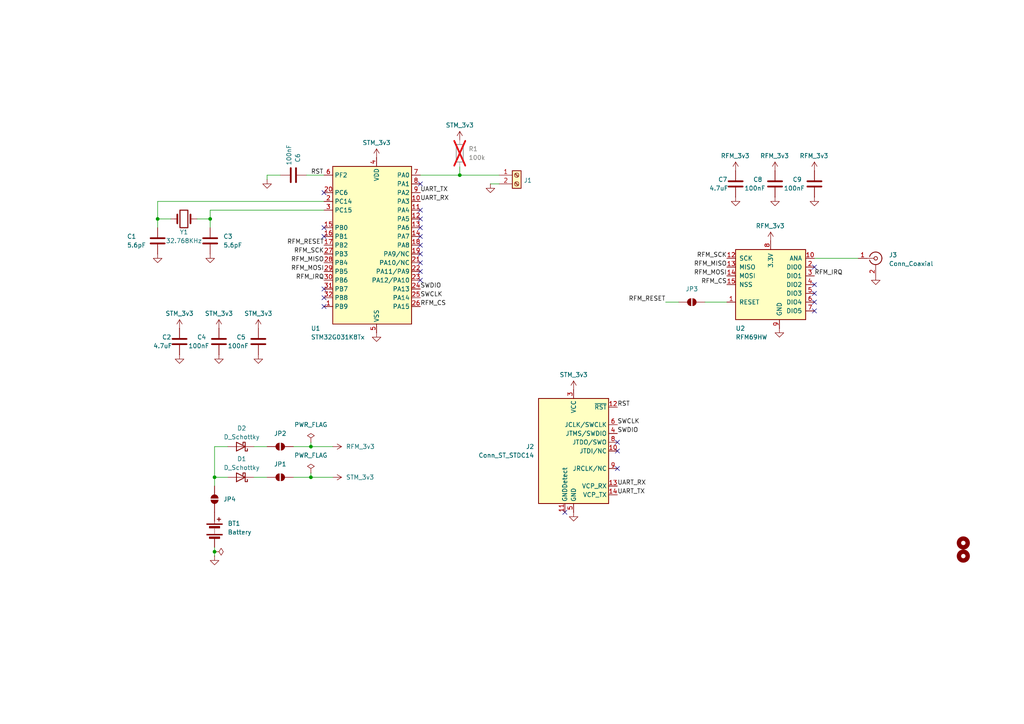
<source format=kicad_sch>
(kicad_sch (version 20231120) (generator "eeschema") (generator_version "8.0")
  (paper "A4")
  (lib_symbols
    (symbol "Connector:Conn_Coaxial" (pin_names (offset 1.016) hide)
      (property "Reference" "J" (at 0.254 3.048 0))
      (property "Value" "Conn_Coaxial" (at 2.921 0 90))
      (symbol "Conn_Coaxial_0_1"
        (arc (start -1.778 -0.508) (mid 0.2311 -1.8066) (end 1.778 0) (stroke (width 0.254)))
        (polyline (pts (xy -2.54 0) (xy -0.508 0)))
        (polyline (pts (xy 0 -2.54) (xy 0 -1.778)))
        (circle (center 0 0) (radius 0.508) (stroke (width 0.2032)))
        (arc (start 1.778 0) (mid 0.2099 1.8101) (end -1.778 0.508) (stroke (width 0.254)))
      )
      (symbol "Conn_Coaxial_1_1"
        (pin passive line (at -5.08 0 0) (length 2.54) (name "In") (number "1"))
        (pin passive line (at 0 -5.08 90) (length 2.54) (name "Ext") (number "2"))
      )
    )
    (symbol "Connector:Conn_ST_STDC14"
      (property "Reference" "J" (at -8.89 16.51 0))
      (property "Value" "Conn_ST_STDC14" (at 17.78 16.51 0))
      (symbol "Conn_ST_STDC14_0_1"
        (rectangle (start -10.16 15.24) (end 10.16 -15.24) (stroke (width 0.254)) (fill (type background)))
      )
      (symbol "Conn_ST_STDC14_1_1"
        (pin no_connect line (at -10.16 5.08 0) (length 2.54) hide (name "NC") (number "1"))
        (pin output line (at 12.7 0 180) (length 2.54) (name "JTDI/NC") (number "10"))
        (pin passive line (at -2.54 -17.78 90) (length 2.54) (name "GNDDetect") (number "11"))
        (pin open_collector line (at 12.7 12.7 180) (length 2.54) (name "~{RST}") (number "12"))
        (pin output line (at 12.7 -10.16 180) (length 2.54) (name "VCP_RX") (number "13"))
        (pin input line (at 12.7 -12.7 180) (length 2.54) (name "VCP_TX") (number "14"))
        (pin no_connect line (at -10.16 2.54 0) (length 2.54) hide (name "NC") (number "2"))
        (pin power_in line (at 0 17.78 270) (length 2.54) (name "VCC") (number "3"))
        (pin bidirectional line (at 12.7 5.08 180) (length 2.54) (name "JTMS/SWDIO") (number "4"))
        (pin power_in line (at 0 -17.78 90) (length 2.54) (name "GND") (number "5"))
        (pin output line (at 12.7 7.62 180) (length 2.54) (name "JCLK/SWCLK") (number "6"))
        (pin passive line (at 0 -17.78 90) (length 2.54) hide (name "GND") (number "7"))
        (pin input line (at 12.7 2.54 180) (length 2.54) (name "JTDO/SWO") (number "8"))
        (pin input line (at 12.7 -5.08 180) (length 2.54) (name "JRCLK/NC") (number "9"))
      )
    )
    (symbol "Connector:Screw_Terminal_01x02" (pin_names (offset 1.016) hide)
      (property "Reference" "J" (at 0 2.54 0))
      (property "Value" "Screw_Terminal_01x02" (at 0 -5.08 0))
      (symbol "Screw_Terminal_01x02_1_1"
        (rectangle (start -1.27 1.27) (end 1.27 -3.81) (stroke (width 0.254)) (fill (type background)))
        (circle (center 0 -2.54) (radius 0.635) (stroke (width 0.1524)))
        (polyline (pts (xy -0.5334 -2.2098) (xy 0.3302 -3.048)) (stroke (width 0.1524)))
        (polyline (pts (xy -0.5334 0.3302) (xy 0.3302 -0.508)) (stroke (width 0.1524)))
        (polyline (pts (xy -0.3556 -2.032) (xy 0.508 -2.8702)) (stroke (width 0.1524)))
        (polyline (pts (xy -0.3556 0.508) (xy 0.508 -0.3302)) (stroke (width 0.1524)))
        (circle (center 0 0) (radius 0.635) (stroke (width 0.1524)))
        (pin passive line (at -5.08 0 0) (length 3.81) (name "Pin_1") (number "1"))
        (pin passive line (at -5.08 -2.54 0) (length 3.81) (name "Pin_2") (number "2"))
      )
    )
    (symbol "Device:Battery" (pin_numbers hide) (pin_names (offset 0) hide)
      (property "Reference" "BT" (at 2.54 2.54 0))
      (property "Value" "Battery" (at 2.54 0 0))
      (symbol "Battery_0_1"
        (rectangle (start -2.286 -1.27) (end 2.286 -1.524) (fill (type outline)))
        (rectangle (start -2.286 1.778) (end 2.286 1.524) (fill (type outline)))
        (rectangle (start -1.524 -2.032) (end 1.524 -2.54) (fill (type outline)))
        (rectangle (start -1.524 1.016) (end 1.524 0.508) (fill (type outline)))
        (polyline (pts (xy 0 -1.016) (xy 0 -0.762)))
        (polyline (pts (xy 0 -0.508) (xy 0 -0.254)))
        (polyline (pts (xy 0 0) (xy 0 0.254)))
        (polyline (pts (xy 0 1.778) (xy 0 2.54)))
        (polyline (pts (xy 0.762 3.048) (xy 1.778 3.048)) (stroke (width 0.254)))
        (polyline (pts (xy 1.27 3.556) (xy 1.27 2.54)) (stroke (width 0.254)))
      )
      (symbol "Battery_1_1"
        (pin passive line (at 0 5.08 270) (length 2.54) (name "+") (number "1"))
        (pin passive line (at 0 -5.08 90) (length 2.54) (name "-") (number "2"))
      )
    )
    (symbol "Device:C" (pin_numbers hide) (pin_names (offset 0.254))
      (property "Reference" "C" (at 0.635 2.54 0))
      (property "Value" "C" (at 0.635 -2.54 0))
      (symbol "C_0_1"
        (polyline (pts (xy -2.032 -0.762) (xy 2.032 -0.762)) (stroke (width 0.508)))
        (polyline (pts (xy -2.032 0.762) (xy 2.032 0.762)) (stroke (width 0.508)))
      )
      (symbol "C_1_1"
        (pin passive line (at 0 3.81 270) (length 2.794) (name "~") (number "1"))
        (pin passive line (at 0 -3.81 90) (length 2.794) (name "~") (number "2"))
      )
    )
    (symbol "Device:Crystal" (pin_numbers hide) (pin_names (offset 1.016) hide)
      (property "Reference" "Y" (at 0 3.81 0))
      (property "Value" "Crystal" (at 0 -3.81 0))
      (symbol "Crystal_0_1"
        (rectangle (start -1.143 2.54) (end 1.143 -2.54) (stroke (width 0.3048)))
        (polyline (pts (xy -2.54 0) (xy -1.905 0)))
        (polyline (pts (xy -1.905 -1.27) (xy -1.905 1.27)) (stroke (width 0.508)))
        (polyline (pts (xy 1.905 -1.27) (xy 1.905 1.27)) (stroke (width 0.508)))
        (polyline (pts (xy 2.54 0) (xy 1.905 0)))
      )
      (symbol "Crystal_1_1"
        (pin passive line (at -3.81 0 0) (length 1.27) (name "1") (number "1"))
        (pin passive line (at 3.81 0 180) (length 1.27) (name "2") (number "2"))
      )
    )
    (symbol "Device:D_Schottky" (pin_numbers hide) (pin_names (offset 1.016) hide)
      (property "Reference" "D" (at 0 2.54 0))
      (property "Value" "D_Schottky" (at 0 -2.54 0))
      (symbol "D_Schottky_0_1"
        (polyline (pts (xy 1.27 0) (xy -1.27 0)))
        (polyline (pts (xy 1.27 1.27) (xy 1.27 -1.27) (xy -1.27 0) (xy 1.27 1.27)) (stroke (width 0.254)))
        (polyline (pts (xy -1.905 0.635) (xy -1.905 1.27) (xy -1.27 1.27) (xy -1.27 -1.27) (xy -0.635 -1.27) (xy -0.635 -0.635)) (stroke (width 0.254)))
      )
      (symbol "D_Schottky_1_1"
        (pin passive line (at -3.81 0 0) (length 2.54) (name "K") (number "1"))
        (pin passive line (at 3.81 0 180) (length 2.54) (name "A") (number "2"))
      )
    )
    (symbol "Device:R" (pin_numbers hide) (pin_names (offset 0))
      (property "Reference" "R" (at 2.032 0 90))
      (property "Value" "R" (at 0 0 90))
      (symbol "R_0_1"
        (rectangle (start -1.016 -2.54) (end 1.016 2.54) (stroke (width 0.254)))
      )
      (symbol "R_1_1"
        (pin passive line (at 0 3.81 270) (length 1.27) (name "~") (number "1"))
        (pin passive line (at 0 -3.81 90) (length 1.27) (name "~") (number "2"))
      )
    )
    (symbol "Jumper:SolderJumper_2_Open" (pin_numbers hide) (pin_names (offset 0) hide) (exclude_from_sim yes) (in_bom no)
      (property "Reference" "JP" (at 0 2.032 0))
      (property "Value" "SolderJumper_2_Open" (at 0 -2.54 0))
      (symbol "SolderJumper_2_Open_0_1"
        (arc (start -0.254 1.016) (mid -1.2656 0) (end -0.254 -1.016))
        (arc (start -0.254 1.016) (mid -1.2656 0) (end -0.254 -1.016) (fill (type outline)))
        (polyline (pts (xy -0.254 1.016) (xy -0.254 -1.016)))
        (polyline (pts (xy 0.254 1.016) (xy 0.254 -1.016)))
        (arc (start 0.254 -1.016) (mid 1.2656 0) (end 0.254 1.016))
        (arc (start 0.254 -1.016) (mid 1.2656 0) (end 0.254 1.016) (fill (type outline)))
      )
      (symbol "SolderJumper_2_Open_1_1"
        (pin passive line (at -3.81 0 0) (length 2.54) (name "A") (number "1"))
        (pin passive line (at 3.81 0 180) (length 2.54) (name "B") (number "2"))
      )
    )
    (symbol "MCU_ST_STM32G0:STM32G031K8Tx"
      (property "Reference" "U" (at -10.16 24.13 0))
      (property "Value" "STM32G031K8Tx" (at 5.08 24.13 0))
      (symbol "STM32G031K8Tx_0_1"
        (rectangle (start -10.16 -22.86) (end 12.7 22.86) (stroke (width 0.254)) (fill (type background)))
      )
      (symbol "STM32G031K8Tx_1_1"
        (pin bidirectional line (at -12.7 -17.78 0) (length 2.54) (name "PB9") (number "1"))
        (pin bidirectional line (at 15.24 12.7 180) (length 2.54) (name "PA3") (number "10"))
        (pin bidirectional line (at 15.24 10.16 180) (length 2.54) (name "PA4") (number "11"))
        (pin bidirectional line (at 15.24 7.62 180) (length 2.54) (name "PA5") (number "12"))
        (pin bidirectional line (at 15.24 5.08 180) (length 2.54) (name "PA6") (number "13"))
        (pin bidirectional line (at 15.24 2.54 180) (length 2.54) (name "PA7") (number "14"))
        (pin bidirectional line (at -12.7 5.08 0) (length 2.54) (name "PB0") (number "15"))
        (pin bidirectional line (at -12.7 2.54 0) (length 2.54) (name "PB1") (number "16"))
        (pin bidirectional line (at -12.7 0 0) (length 2.54) (name "PB2") (number "17"))
        (pin bidirectional line (at 15.24 0 180) (length 2.54) (name "PA8") (number "18"))
        (pin bidirectional line (at 15.24 -2.54 180) (length 2.54) (name "PA9/NC") (number "19"))
        (pin bidirectional line (at -12.7 12.7 0) (length 2.54) (name "PC14") (number "2"))
        (pin bidirectional line (at -12.7 15.24 0) (length 2.54) (name "PC6") (number "20"))
        (pin bidirectional line (at 15.24 -5.08 180) (length 2.54) (name "PA10/NC") (number "21"))
        (pin bidirectional line (at 15.24 -7.62 180) (length 2.54) (name "PA11/PA9") (number "22"))
        (pin bidirectional line (at 15.24 -10.16 180) (length 2.54) (name "PA12/PA10") (number "23"))
        (pin bidirectional line (at 15.24 -12.7 180) (length 2.54) (name "PA13") (number "24"))
        (pin bidirectional line (at 15.24 -15.24 180) (length 2.54) (name "PA14") (number "25"))
        (pin bidirectional line (at 15.24 -17.78 180) (length 2.54) (name "PA15") (number "26"))
        (pin bidirectional line (at -12.7 -2.54 0) (length 2.54) (name "PB3") (number "27"))
        (pin bidirectional line (at -12.7 -5.08 0) (length 2.54) (name "PB4") (number "28"))
        (pin bidirectional line (at -12.7 -7.62 0) (length 2.54) (name "PB5") (number "29"))
        (pin bidirectional line (at -12.7 10.16 0) (length 2.54) (name "PC15") (number "3"))
        (pin bidirectional line (at -12.7 -10.16 0) (length 2.54) (name "PB6") (number "30"))
        (pin bidirectional line (at -12.7 -12.7 0) (length 2.54) (name "PB7") (number "31"))
        (pin bidirectional line (at -12.7 -15.24 0) (length 2.54) (name "PB8") (number "32"))
        (pin power_in line (at 2.54 25.4 270) (length 2.54) (name "VDD") (number "4"))
        (pin power_in line (at 2.54 -25.4 90) (length 2.54) (name "VSS") (number "5"))
        (pin bidirectional line (at -12.7 20.32 0) (length 2.54) (name "PF2") (number "6"))
        (pin bidirectional line (at 15.24 20.32 180) (length 2.54) (name "PA0") (number "7"))
        (pin bidirectional line (at 15.24 17.78 180) (length 2.54) (name "PA1") (number "8"))
        (pin bidirectional line (at 15.24 15.24 180) (length 2.54) (name "PA2") (number "9"))
      )
    )
    (symbol "Mechanical:MountingHole" (pin_names (offset 1.016)) (exclude_from_sim yes) (in_bom no)
      (property "Reference" "H" (at 0 5.08 0))
      (property "Value" "MountingHole" (at 0 3.175 0))
      (symbol "MountingHole_0_1"
        (circle (center 0 0) (radius 1.27) (stroke (width 1.27)))
      )
    )
    (symbol "RF_Module:RFM69HW" (pin_names (offset 1.016))
      (property "Reference" "U" (at -3.81 11.43 0))
      (property "Value" "RFM69HW" (at -7.62 13.97 0))
      (symbol "RFM69HW_0_1"
        (rectangle (start -10.16 10.16) (end 10.16 -10.16) (stroke (width 0.254)) (fill (type background)))
      )
      (symbol "RFM69HW_1_1"
        (pin input line (at -12.7 -5.08 0) (length 2.54) (name "RESET") (number "1"))
        (pin output line (at 12.7 7.62 180) (length 2.54) (name "ANA") (number "10"))
        (pin passive line (at 2.54 -12.7 90) (length 2.54) hide (name "GND") (number "11"))
        (pin input line (at -12.7 7.62 0) (length 2.54) (name "SCK") (number "12"))
        (pin output line (at -12.7 5.08 0) (length 2.54) (name "MISO") (number "13"))
        (pin input line (at -12.7 2.54 0) (length 2.54) (name "MOSI") (number "14"))
        (pin input line (at -12.7 0 0) (length 2.54) (name "NSS") (number "15"))
        (pin no_connect line (at -2.54 -10.16 90) (length 2.54) hide (name "NC") (number "16"))
        (pin bidirectional line (at 12.7 5.08 180) (length 2.54) (name "DIO0") (number "2"))
        (pin bidirectional line (at 12.7 2.54 180) (length 2.54) (name "DIO1") (number "3"))
        (pin bidirectional line (at 12.7 0 180) (length 2.54) (name "DIO2") (number "4"))
        (pin bidirectional line (at 12.7 -2.54 180) (length 2.54) (name "DIO3") (number "5"))
        (pin bidirectional line (at 12.7 -5.08 180) (length 2.54) (name "DIO4") (number "6"))
        (pin bidirectional line (at 12.7 -7.62 180) (length 2.54) (name "DIO5") (number "7"))
        (pin power_in line (at 0 12.7 270) (length 2.54) (name "3.3V") (number "8"))
        (pin power_in line (at 2.54 -12.7 90) (length 2.54) (name "GND") (number "9"))
      )
    )
    (symbol "power:+3.3V" (power) (pin_numbers hide) (pin_names (offset 0) hide)
      (property "Value" "+3.3V" (at 0 3.556 0))
      (symbol "+3.3V_0_1"
        (polyline (pts (xy -0.762 1.27) (xy 0 2.54)))
        (polyline (pts (xy 0 0) (xy 0 2.54)))
        (polyline (pts (xy 0 2.54) (xy 0.762 1.27)))
      )
      (symbol "+3.3V_1_1"
        (pin power_in line (at 0 0 90) (length 0) (name "~") (number "1"))
      )
    )
    (symbol "power:GND" (power) (pin_numbers hide) (pin_names (offset 0) hide)
      (property "Value" "GND" (at 0 -3.81 0))
      (symbol "GND_0_1"
        (polyline (pts (xy 0 0) (xy 0 -1.27) (xy 1.27 -1.27) (xy 0 -2.54) (xy -1.27 -1.27) (xy 0 -1.27)))
      )
      (symbol "GND_1_1"
        (pin power_in line (at 0 0 270) (length 0) (name "~") (number "1"))
      )
    )
    (symbol "power:PWR_FLAG" (power) (pin_numbers hide) (pin_names (offset 0) hide)
      (property "Value" "PWR_FLAG" (at 0 3.81 0))
      (symbol "PWR_FLAG_0_0"
        (pin power_out line (at 0 0 90) (length 0) (name "~") (number "1"))
      )
      (symbol "PWR_FLAG_0_1"
        (polyline (pts (xy 0 0) (xy 0 1.27) (xy -1.016 1.905) (xy 0 2.54) (xy 1.016 1.905) (xy 0 1.27)))
      )
    )
  )
  (junction (at 133.35 50.8))
  (junction (at 62.23 138.43))
  (junction (at 90.17 129.54))
  (junction (at 62.23 160.02))
  (junction (at 60.96 63.5))
  (junction (at 90.17 138.43))
  (junction (at 45.72 63.5))
  (no_connect (at 236.22 77.47))
  (no_connect (at 236.22 90.17))
  (no_connect (at 236.22 82.55))
  (no_connect (at 236.22 87.63))
  (no_connect (at 121.92 78.74))
  (no_connect (at 121.92 66.04))
  (no_connect (at 93.98 83.82))
  (no_connect (at 179.07 130.81))
  (no_connect (at 236.22 85.09))
  (no_connect (at 121.92 73.66))
  (no_connect (at 93.98 66.04))
  (no_connect (at 121.92 76.2))
  (no_connect (at 121.92 53.34))
  (no_connect (at 93.98 68.58))
  (no_connect (at 121.92 81.28))
  (no_connect (at 93.98 86.36))
  (no_connect (at 179.07 135.89))
  (no_connect (at 93.98 55.88))
  (no_connect (at 93.98 88.9))
  (no_connect (at 121.92 60.96))
  (no_connect (at 179.07 128.27))
  (no_connect (at 163.83 148.59))
  (no_connect (at 121.92 71.12))
  (no_connect (at 121.92 63.5))
  (no_connect (at 121.92 68.58))
  (wire (pts (xy 62.23 138.43) (xy 66.04 138.43)))
  (wire (pts (xy 60.96 63.5) (xy 57.15 63.5)))
  (wire (pts (xy 88.9 50.8) (xy 93.98 50.8)))
  (wire (pts (xy 142.24 53.34) (xy 144.78 53.34)))
  (wire (pts (xy 93.98 60.96) (xy 60.96 60.96)))
  (wire (pts (xy 96.52 129.54) (xy 90.17 129.54)))
  (wire (pts (xy 77.47 50.8) (xy 81.28 50.8)))
  (wire (pts (xy 236.22 74.93) (xy 248.92 74.93)))
  (wire (pts (xy 204.47 87.63) (xy 210.82 87.63)))
  (wire (pts (xy 193.04 87.63) (xy 196.85 87.63)))
  (wire (pts (xy 73.66 129.54) (xy 77.47 129.54)))
  (wire (pts (xy 133.35 48.26) (xy 133.35 50.8)))
  (wire (pts (xy 49.53 63.5) (xy 45.72 63.5)))
  (wire (pts (xy 73.66 138.43) (xy 77.47 138.43)))
  (wire (pts (xy 60.96 60.96) (xy 60.96 63.5)))
  (wire (pts (xy 62.23 158.75) (xy 62.23 160.02)))
  (wire (pts (xy 66.04 129.54) (xy 62.23 129.54)))
  (wire (pts (xy 133.35 50.8) (xy 144.78 50.8)))
  (wire (pts (xy 62.23 138.43) (xy 62.23 140.97)))
  (wire (pts (xy 77.47 52.07) (xy 77.47 50.8)))
  (wire (pts (xy 90.17 137.16) (xy 90.17 138.43)))
  (wire (pts (xy 45.72 58.42) (xy 45.72 63.5)))
  (wire (pts (xy 45.72 63.5) (xy 45.72 66.04)))
  (wire (pts (xy 90.17 128.27) (xy 90.17 129.54)))
  (wire (pts (xy 62.23 129.54) (xy 62.23 138.43)))
  (wire (pts (xy 90.17 138.43) (xy 85.09 138.43)))
  (wire (pts (xy 60.96 66.04) (xy 60.96 63.5)))
  (wire (pts (xy 96.52 138.43) (xy 90.17 138.43)))
  (wire (pts (xy 90.17 129.54) (xy 85.09 129.54)))
  (wire (pts (xy 62.23 160.02) (xy 62.23 161.29)))
  (wire (pts (xy 121.92 50.8) (xy 133.35 50.8)))
  (wire (pts (xy 93.98 58.42) (xy 45.72 58.42)))
  (label "RFM_RESET" (at 93.98 71.12 180))
  (label "RFM_MOSI" (at 93.98 78.74 180))
  (label "UART_RX" (at 121.92 58.42 0))
  (label "RFM_MISO" (at 93.98 76.2 180))
  (label "UART_RX" (at 179.07 140.97 0))
  (label "RFM_CS" (at 210.82 82.55 180))
  (label "RFM_MOSI" (at 210.82 80.01 180))
  (label "SWCLK" (at 179.07 123.19 0))
  (label "SWCLK" (at 121.92 86.36 0))
  (label "RFM_IRQ" (at 236.22 80.01 0))
  (label "UART_TX" (at 179.07 143.51 0))
  (label "RFM_RESET" (at 193.04 87.63 180))
  (label "RST" (at 90.17 50.8 0))
  (label "RFM_CS" (at 121.92 88.9 0))
  (label "RFM_SCK" (at 93.98 73.66 180))
  (label "RFM_SCK" (at 210.82 74.93 180))
  (label "UART_TX" (at 121.92 55.88 0))
  (label "RFM_IRQ" (at 93.98 81.28 180))
  (label "SWDIO" (at 121.92 83.82 0))
  (label "RFM_MISO" (at 210.82 77.47 180))
  (label "SWDIO" (at 179.07 125.73 0))
  (label "RST" (at 179.07 118.11 0))
  (symbol (lib_id "power:GND") (at 63.5 102.87 0) (unit 1)
    (property "Reference" "#PWR08" (effects (hide yes)))
    (property "Value" "GND" (effects (hide yes)))
    (property "Description" "Power symbol creates a global label with name \"GND\" , ground" (effects (hide yes)))
  )
  (symbol (lib_id "power:GND") (at 142.24 53.34 0) (unit 1)
    (property "Reference" "#PWR015" (effects (hide yes)))
    (property "Value" "GND" (effects (hide yes)))
    (property "Description" "Power symbol creates a global label with name \"GND\" , ground" (effects (hide yes)))
  )
  (symbol (lib_id "power:GND") (at 226.06 95.25 0) (unit 1)
    (property "Reference" "#PWR019" (effects (hide yes)))
    (property "Value" "GND" (effects (hide yes)))
    (property "Description" "Power symbol creates a global label with name \"GND\" , ground" (effects (hide yes)))
  )
  (symbol (lib_id "RF_Module:RFM69HW") (at 223.52 82.55 0) (unit 1)
    (property "Reference" "U2" (at 213.36 95.25 0) (effects (justify left)))
    (property "Value" "RFM69HW" (at 213.36 97.79 0) (effects (justify left)))
    (property "Footprint" "RF_Module:HOPERF_RFM69HW" (effects (hide yes)))
    (property "Datasheet" "https://www.hoperf.com/data/upload/portal/20181127/5bfcbb56f1fd7.pdf" (effects (hide yes)))
    (property "Description" "ISM Radio Transceiver Module, SPI interface" (effects (hide yes)))
  )
  (symbol (lib_id "power:GND") (at 166.37 148.59 0) (unit 1)
    (property "Reference" "#PWR017" (effects (hide yes)))
    (property "Value" "GND" (effects (hide yes)))
    (property "Description" "Power symbol creates a global label with name \"GND\" , ground" (effects (hide yes)))
  )
  (symbol (lib_id "Device:C") (at 236.22 53.34 0) (unit 1)
    (property "Reference" "C9" (at 229.87 52.07 0) (effects (justify left)))
    (property "Value" "100nF" (at 227.33 54.61 0) (effects (justify left)))
    (property "Footprint" "Capacitor_SMD:C_0805_2012Metric_Pad1.18x1.45mm_HandSolder" (effects (hide yes)))
    (property "Description" "Unpolarized capacitor" (effects (hide yes)))
  )
  (symbol (lib_id "Connector:Conn_ST_STDC14") (at 166.37 130.81 0) (unit 1)
    (property "Reference" "J2" (at 154.94 129.5399 0) (effects (justify right)))
    (property "Value" "Conn_ST_STDC14" (at 154.94 132.0799 0) (effects (justify right)))
    (property "Footprint" "Connector_PinHeader_1.27mm:PinHeader_2x07_P1.27mm_Vertical" (effects (hide yes)))
    (property "Datasheet" "https://www.st.com/content/ccc/resource/technical/document/user_manual/group1/99/49/91/b6/b2/3a/46/e5/DM00526767/files/DM00526767.pdf/jcr:content/translations/en.DM00526767.pdf" (effects (hide yes)))
    (property "Description" "ST Debug Connector, standard ARM Cortex-M SWD and JTAG interface plus UART" (effects (hide yes)))
    (property "manf#" "20021112-00014T1LF" (effects (hide yes)))
  )
  (symbol (lib_id "power:GND") (at 74.93 102.87 0) (unit 1)
    (property "Reference" "#PWR010" (effects (hide yes)))
    (property "Value" "GND" (effects (hide yes)))
    (property "Description" "Power symbol creates a global label with name \"GND\" , ground" (effects (hide yes)))
  )
  (symbol (lib_id "power:+3.3V") (at 96.52 138.43 270) (unit 1)
    (property "Reference" "#PWR05" (effects (hide yes)))
    (property "Value" "STM_3v3" (at 100.33 138.4299 90) (effects (justify left)))
  )
  (symbol (lib_id "power:GND") (at 254 80.01 0) (unit 1)
    (property "Reference" "#PWR020" (effects (hide yes)))
    (property "Value" "GND" (effects (hide yes)))
    (property "Description" "Power symbol creates a global label with name \"GND\" , ground" (effects (hide yes)))
  )
  (symbol (lib_id "power:+3.3V") (at 213.36 49.53 0) (unit 1)
    (property "Reference" "#PWR018" (effects (hide yes)))
    (property "Value" "RFM_3v3" (at 209.042 45.212 0) (effects (justify left)))
  )
  (symbol (lib_id "Jumper:SolderJumper_2_Open") (at 81.28 138.43 180) (unit 1) (exclude_from_sim yes) (in_bom no)
    (property "Reference" "JP1" (at 81.28 134.62 0))
    (property "Value" "SolderJumper_2_Bridged" (effects (hide yes)))
    (property "Footprint" "Jumper:SolderJumper-2_P1.3mm_Open_TrianglePad1.0x1.5mm" (effects (hide yes)))
    (property "Description" "Solder Jumper, 2-pole, open" (effects (hide yes)))
  )
  (symbol (lib_id "Device:D_Schottky") (at 69.85 138.43 180) (unit 1)
    (property "Reference" "D1" (at 70.104 133.096 0))
    (property "Value" "D_Schottky" (at 70.104 135.636 0))
    (property "Footprint" "Diode_SMD:D_SOD-323_HandSoldering" (effects (hide yes)))
    (property "Description" "Schottky diode" (effects (hide yes)))
    (property "manf#" "BAT760-7" (effects (hide yes)))
  )
  (symbol (lib_id "Device:Crystal") (at 53.34 63.5 0) (unit 1)
    (property "Reference" "Y1" (at 53.34 67.31 0))
    (property "Value" "32.768KHz" (at 53.34 69.85 0))
    (property "Footprint" "Crystal:Crystal_SMD_3215-2Pin_3.2x1.5mm" (effects (hide yes)))
    (property "Description" "Two pin crystal" (effects (hide yes)))
    (property "manf#" " MPJK-7L-32.768-12.5-20-70-C" (effects (hide yes)))
  )
  (symbol (lib_id "power:GND") (at 213.36 57.15 0) (unit 1)
    (property "Reference" "#PWR022" (effects (hide yes)))
    (property "Value" "GND" (effects (hide yes)))
    (property "Description" "Power symbol creates a global label with name \"GND\" , ground" (effects (hide yes)))
  )
  (symbol (lib_id "power:+3.3V") (at 133.35 40.64 0) (unit 1)
    (property "Reference" "#PWR014" (effects (hide yes)))
    (property "Value" "STM_3v3" (at 133.35 36.322 0))
  )
  (symbol (lib_id "power:+3.3V") (at 74.93 95.25 0) (unit 1)
    (property "Reference" "#PWR09" (effects (hide yes)))
    (property "Value" "STM_3v3" (at 74.93 90.932 0))
  )
  (symbol (lib_id "power:+3.3V") (at 96.52 129.54 270) (unit 1)
    (property "Reference" "#PWR027" (effects (hide yes)))
    (property "Value" "RFM_3v3" (at 100.33 129.5399 90) (effects (justify left)))
  )
  (symbol (lib_id "Device:C") (at 63.5 99.06 0) (unit 1)
    (property "Reference" "C4" (at 57.15 97.79 0) (effects (justify left)))
    (property "Value" "100nF" (at 54.61 100.33 0) (effects (justify left)))
    (property "Footprint" "Capacitor_SMD:C_0805_2012Metric_Pad1.18x1.45mm_HandSolder" (effects (hide yes)))
    (property "Description" "Unpolarized capacitor" (effects (hide yes)))
  )
  (symbol (lib_id "power:PWR_FLAG") (at 90.17 128.27 0) (unit 1)
    (property "Reference" "#FLG01" (effects (hide yes)))
    (property "Value" "PWR_FLAG" (at 90.17 123.19 0))
    (property "Description" "Special symbol for telling ERC where power comes from" (effects (hide yes)))
  )
  (symbol (lib_id "power:+3.3V") (at 236.22 49.53 0) (unit 1)
    (property "Reference" "#PWR023" (effects (hide yes)))
    (property "Value" "RFM_3v3" (at 231.902 45.212 0) (effects (justify left)))
  )
  (symbol (lib_id "MCU_ST_STM32G0:STM32G031K8Tx") (at 106.68 71.12 0) (unit 1)
    (property "Reference" "U1" (at 90.17 95.25 0) (effects (justify left)))
    (property "Value" "STM32G031K8Tx" (at 90.17 97.79 0) (effects (justify left)))
    (property "Footprint" "Package_QFP:LQFP-32_7x7mm_P0.8mm" (effects (hide yes)))
    (property "Datasheet" "https://www.st.com/resource/en/datasheet/stm32g031k8.pdf" (effects (hide yes)))
    (property "Description" "STMicroelectronics Arm Cortex-M0+ MCU, 64KB flash, 8KB RAM, 64 MHz, 1.7-3.6V, 30 GPIO, LQFP32" (effects (hide yes)))
  )
  (symbol (lib_id "power:GND") (at 45.72 73.66 0) (unit 1)
    (property "Reference" "#PWR01" (effects (hide yes)))
    (property "Value" "GND" (effects (hide yes)))
    (property "Description" "Power symbol creates a global label with name \"GND\" , ground" (effects (hide yes)))
  )
  (symbol (lib_id "Device:C") (at 45.72 69.85 0) (unit 1)
    (property "Reference" "C1" (at 36.83 68.58 0) (effects (justify left)))
    (property "Value" "5.6pF" (at 36.83 71.12 0) (effects (justify left)))
    (property "Footprint" "Capacitor_SMD:C_0805_2012Metric_Pad1.18x1.45mm_HandSolder" (effects (hide yes)))
    (property "Description" "Unpolarized capacitor" (effects (hide yes)))
  )
  (symbol (lib_id "Mechanical:MountingHole") (at 279.4 157.48 0) (unit 1) (exclude_from_sim yes) (in_bom no)
    (property "Reference" "H1" (effects (hide yes)))
    (property "Value" "MountingHole" (effects (hide yes)))
    (property "Footprint" "MountingHole:MountingHole_3.2mm_M3" (effects (hide yes)))
    (property "Description" "Mounting Hole without connection" (effects (hide yes)))
  )
  (symbol (lib_id "Device:C") (at 224.79 53.34 0) (unit 1)
    (property "Reference" "C8" (at 218.44 52.07 0) (effects (justify left)))
    (property "Value" "100nF" (at 215.9 54.61 0) (effects (justify left)))
    (property "Footprint" "Capacitor_SMD:C_0805_2012Metric_Pad1.18x1.45mm_HandSolder" (effects (hide yes)))
    (property "Description" "Unpolarized capacitor" (effects (hide yes)))
  )
  (symbol (lib_id "power:PWR_FLAG") (at 62.23 160.02 270) (unit 1)
    (property "Reference" "#FLG02" (effects (hide yes)))
    (property "Value" "PWR_FLAG" (effects (hide yes)))
    (property "Description" "Special symbol for telling ERC where power comes from" (effects (hide yes)))
  )
  (symbol (lib_id "Jumper:SolderJumper_2_Open") (at 200.66 87.63 180) (unit 1) (exclude_from_sim yes) (in_bom no)
    (property "Reference" "JP3" (at 200.66 83.82 0))
    (property "Value" "SolderJumper_2_Bridged" (effects (hide yes)))
    (property "Footprint" "Jumper:SolderJumper-2_P1.3mm_Open_TrianglePad1.0x1.5mm" (effects (hide yes)))
    (property "Description" "Solder Jumper, 2-pole, open" (effects (hide yes)))
  )
  (symbol (lib_id "Device:R") (at 133.35 44.45 0) (unit 1) (dnp yes)
    (property "Reference" "R1" (at 135.89 43.1799 0) (effects (justify left)))
    (property "Value" "100k" (at 135.89 45.7199 0) (effects (justify left)))
    (property "Footprint" "Resistor_SMD:R_0805_2012Metric_Pad1.20x1.40mm_HandSolder" (effects (hide yes)))
    (property "Description" "Resistor" (effects (hide yes)))
  )
  (symbol (lib_id "power:GND") (at 62.23 161.29 0) (unit 1)
    (property "Reference" "#PWR06" (effects (hide yes)))
    (property "Value" "GND" (effects (hide yes)))
    (property "Description" "Power symbol creates a global label with name \"GND\" , ground" (effects (hide yes)))
  )
  (symbol (lib_id "Mechanical:MountingHole") (at 279.4 161.29 0) (unit 1) (exclude_from_sim yes) (in_bom no)
    (property "Reference" "H4" (effects (hide yes)))
    (property "Value" "MountingHole" (effects (hide yes)))
    (property "Footprint" "MountingHole:MountingHole_3.2mm_M3" (effects (hide yes)))
    (property "Description" "Mounting Hole without connection" (effects (hide yes)))
  )
  (symbol (lib_id "Device:C") (at 85.09 50.8 270) (unit 1)
    (property "Reference" "C6" (at 86.36 44.45 0) (effects (justify left)))
    (property "Value" "100nF" (at 83.82 41.91 0) (effects (justify left)))
    (property "Footprint" "Capacitor_SMD:C_0805_2012Metric_Pad1.18x1.45mm_HandSolder" (effects (hide yes)))
    (property "Description" "Unpolarized capacitor" (effects (hide yes)))
  )
  (symbol (lib_id "power:GND") (at 60.96 73.66 0) (unit 1)
    (property "Reference" "#PWR04" (effects (hide yes)))
    (property "Value" "GND" (effects (hide yes)))
    (property "Description" "Power symbol creates a global label with name \"GND\" , ground" (effects (hide yes)))
  )
  (symbol (lib_id "Connector:Conn_Coaxial") (at 254 74.93 0) (unit 1)
    (property "Reference" "J3" (at 257.81 73.9531 0) (effects (justify left)))
    (property "Value" "Conn_Coaxial" (at 257.81 76.4931 0) (effects (justify left)))
    (property "Footprint" "Connector_Coaxial:SMA_Amphenol_901-143_Horizontal" (effects (hide yes)))
    (property "Description" "coaxial connector (BNC, SMA, SMB, SMC, Cinch/RCA, LEMO, ...)" (effects (hide yes)))
    (property "manf#" " 2096224" (effects (hide yes)))
  )
  (symbol (lib_id "Device:Battery") (at 62.23 153.67 0) (unit 1)
    (property "Reference" "BT1" (at 66.04 151.8284 0) (effects (justify left)))
    (property "Value" "Battery" (at 66.04 154.3684 0) (effects (justify left)))
    (property "Footprint" "Battery:BatteryHolder_Keystone_2462_2xAA" (effects (hide yes)))
    (property "Description" "Multiple-cell battery" (effects (hide yes)))
  )
  (symbol (lib_id "Connector:Screw_Terminal_01x02") (at 149.86 50.8 0) (unit 1)
    (property "Reference" "J1" (at 151.892 52.324 0) (effects (justify left)))
    (property "Value" "Screw_Terminal_01x02" (effects (hide yes)))
    (property "Footprint" "TerminalBlock:TerminalBlock_Xinya_XY308-2.54-2P_1x02_P2.54mm_Horizontal" (effects (hide yes)))
    (property "Description" "Generic screw terminal, single row, 01x02, script generated (kicad-library-utils/schlib/autogen/connector/)" (effects (hide yes)))
  )
  (symbol (lib_id "Device:C") (at 213.36 53.34 0) (unit 1)
    (property "Reference" "C7" (at 208.28 52.07 0) (effects (justify left)))
    (property "Value" "4.7uF" (at 205.74 54.61 0) (effects (justify left)))
    (property "Footprint" "Capacitor_SMD:C_0805_2012Metric_Pad1.18x1.45mm_HandSolder" (effects (hide yes)))
    (property "Description" "Unpolarized capacitor" (effects (hide yes)))
  )
  (symbol (lib_id "Jumper:SolderJumper_2_Open") (at 81.28 129.54 180) (unit 1) (exclude_from_sim yes) (in_bom no)
    (property "Reference" "JP2" (at 81.28 125.73 0))
    (property "Value" "SolderJumper_2_Bridged" (effects (hide yes)))
    (property "Footprint" "Jumper:SolderJumper-2_P1.3mm_Open_TrianglePad1.0x1.5mm" (effects (hide yes)))
    (property "Description" "Solder Jumper, 2-pole, open" (effects (hide yes)))
  )
  (symbol (lib_id "Device:D_Schottky") (at 69.85 129.54 180) (unit 1)
    (property "Reference" "D2" (at 70.104 124.206 0))
    (property "Value" "D_Schottky" (at 70.104 126.746 0))
    (property "Footprint" "Diode_SMD:D_SOD-323_HandSoldering" (effects (hide yes)))
    (property "Description" "Schottky diode" (effects (hide yes)))
    (property "manf#" "BAT760-7" (effects (hide yes)))
  )
  (symbol (lib_id "power:+3.3V") (at 224.79 49.53 0) (unit 1)
    (property "Reference" "#PWR021" (effects (hide yes)))
    (property "Value" "RFM_3v3" (at 220.472 45.212 0) (effects (justify left)))
  )
  (symbol (lib_id "power:GND") (at 109.22 96.52 0) (unit 1)
    (property "Reference" "#PWR013" (effects (hide yes)))
    (property "Value" "GND" (effects (hide yes)))
    (property "Description" "Power symbol creates a global label with name \"GND\" , ground" (effects (hide yes)))
  )
  (symbol (lib_id "Device:C") (at 74.93 99.06 0) (unit 1)
    (property "Reference" "C5" (at 68.58 97.79 0) (effects (justify left)))
    (property "Value" "100nF" (at 66.04 100.33 0) (effects (justify left)))
    (property "Footprint" "Capacitor_SMD:C_0805_2012Metric_Pad1.18x1.45mm_HandSolder" (effects (hide yes)))
    (property "Description" "Unpolarized capacitor" (effects (hide yes)))
  )
  (symbol (lib_id "Device:C") (at 52.07 99.06 0) (unit 1)
    (property "Reference" "C2" (at 46.99 97.79 0) (effects (justify left)))
    (property "Value" "4.7uF" (at 44.45 100.33 0) (effects (justify left)))
    (property "Footprint" "Capacitor_SMD:C_0805_2012Metric_Pad1.18x1.45mm_HandSolder" (effects (hide yes)))
    (property "Description" "Unpolarized capacitor" (effects (hide yes)))
  )
  (symbol (lib_id "power:+3.3V") (at 109.22 45.72 0) (unit 1)
    (property "Reference" "#PWR012" (effects (hide yes)))
    (property "Value" "STM_3v3" (at 109.22 41.402 0))
  )
  (symbol (lib_id "power:GND") (at 236.22 57.15 0) (unit 1)
    (property "Reference" "#PWR026" (effects (hide yes)))
    (property "Value" "GND" (effects (hide yes)))
    (property "Description" "Power symbol creates a global label with name \"GND\" , ground" (effects (hide yes)))
  )
  (symbol (lib_id "power:PWR_FLAG") (at 90.17 137.16 0) (unit 1)
    (property "Reference" "#FLG03" (effects (hide yes)))
    (property "Value" "PWR_FLAG" (at 90.17 132.08 0))
    (property "Description" "Special symbol for telling ERC where power comes from" (effects (hide yes)))
  )
  (symbol (lib_id "power:+3.3V") (at 166.37 113.03 0) (unit 1)
    (property "Reference" "#PWR016" (effects (hide yes)))
    (property "Value" "STM_3v3" (at 166.37 108.712 0))
  )
  (symbol (lib_id "power:GND") (at 77.47 52.07 0) (unit 1)
    (property "Reference" "#PWR011" (effects (hide yes)))
    (property "Value" "GND" (effects (hide yes)))
    (property "Description" "Power symbol creates a global label with name \"GND\" , ground" (effects (hide yes)))
  )
  (symbol (lib_id "Jumper:SolderJumper_2_Open") (at 62.23 144.78 90) (unit 1) (exclude_from_sim yes) (in_bom no)
    (property "Reference" "JP4" (at 64.77 144.7799 90) (effects (justify right)))
    (property "Value" "SolderJumper_2_Bridged" (effects (hide yes)))
    (property "Footprint" "Jumper:SolderJumper-2_P1.3mm_Open_TrianglePad1.0x1.5mm" (effects (hide yes)))
    (property "Description" "Solder Jumper, 2-pole, open" (effects (hide yes)))
  )
  (symbol (lib_id "Device:C") (at 60.96 69.85 0) (unit 1)
    (property "Reference" "C3" (at 64.77 68.58 0) (effects (justify left)))
    (property "Value" "5.6pF" (at 64.77 71.12 0) (effects (justify left)))
    (property "Footprint" "Capacitor_SMD:C_0805_2012Metric_Pad1.18x1.45mm_HandSolder" (effects (hide yes)))
    (property "Description" "Unpolarized capacitor" (effects (hide yes)))
  )
  (symbol (lib_id "power:GND") (at 224.79 57.15 0) (unit 1)
    (property "Reference" "#PWR024" (effects (hide yes)))
    (property "Value" "GND" (effects (hide yes)))
    (property "Description" "Power symbol creates a global label with name \"GND\" , ground" (effects (hide yes)))
  )
  (symbol (lib_id "power:GND") (at 52.07 102.87 0) (unit 1)
    (property "Reference" "#PWR03" (effects (hide yes)))
    (property "Value" "GND" (effects (hide yes)))
    (property "Description" "Power symbol creates a global label with name \"GND\" , ground" (effects (hide yes)))
  )
  (symbol (lib_id "power:+3.3V") (at 223.52 69.85 0) (unit 1)
    (property "Reference" "#PWR025" (effects (hide yes)))
    (property "Value" "RFM_3v3" (at 219.202 65.532 0) (effects (justify left)))
  )
  (symbol (lib_id "power:+3.3V") (at 52.07 95.25 0) (unit 1)
    (property "Reference" "#PWR02" (effects (hide yes)))
    (property "Value" "STM_3v3" (at 52.07 90.932 0))
  )
  (symbol (lib_id "power:+3.3V") (at 63.5 95.25 0) (unit 1)
    (property "Reference" "#PWR07" (effects (hide yes)))
    (property "Value" "STM_3v3" (at 63.5 90.932 0))
  )
)
</source>
